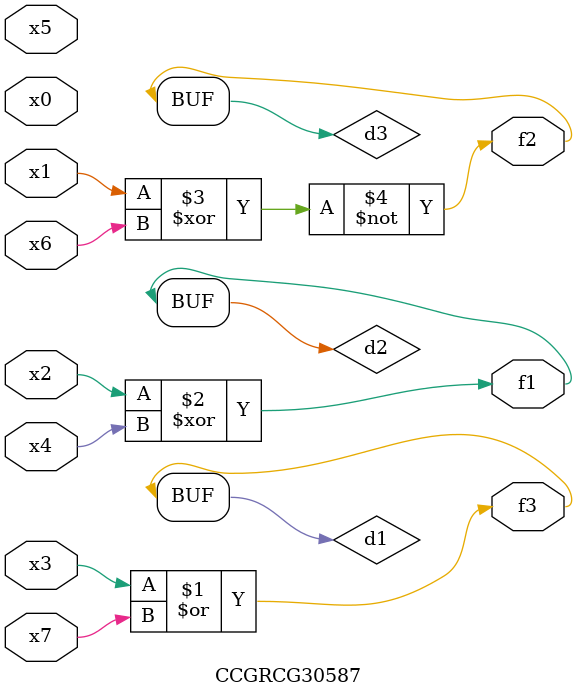
<source format=v>
module CCGRCG30587(
	input x0, x1, x2, x3, x4, x5, x6, x7,
	output f1, f2, f3
);

	wire d1, d2, d3;

	or (d1, x3, x7);
	xor (d2, x2, x4);
	xnor (d3, x1, x6);
	assign f1 = d2;
	assign f2 = d3;
	assign f3 = d1;
endmodule

</source>
